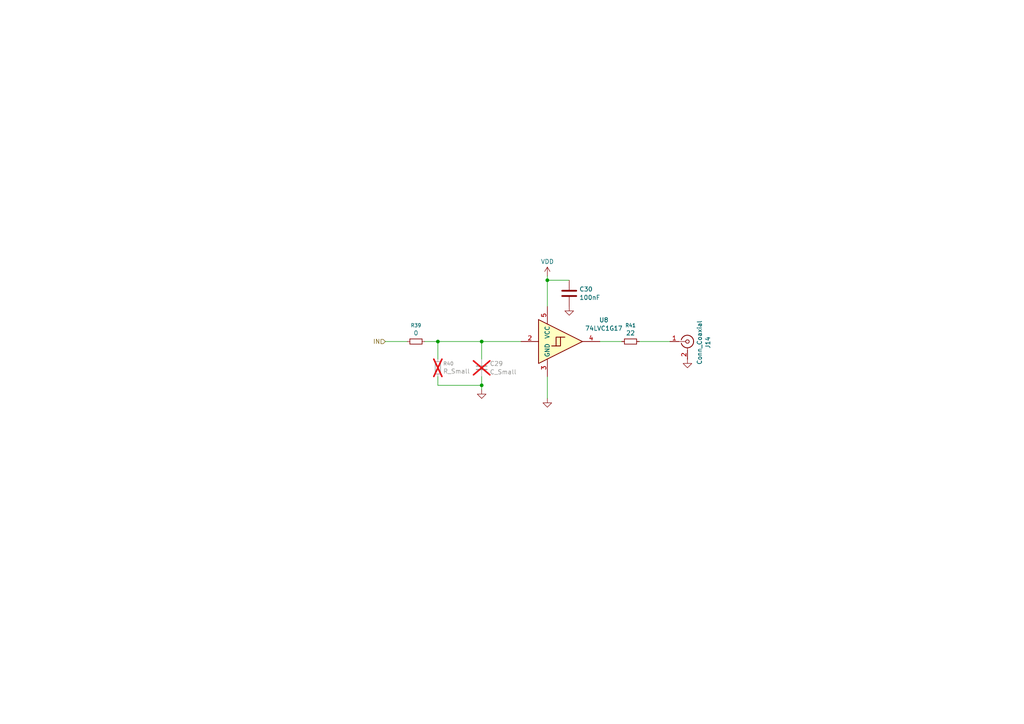
<source format=kicad_sch>
(kicad_sch (version 20250114) (generator "eeschema") (generator_version "9.0")
  (paper "A4")
  (lib_symbols
    (symbol "74xGxx:74LVC1G17"
      (property "Reference" "U" (at 0 3.81 0))
      (property "Value" "74LVC1G17" (at 0 -3.81 0))
      (symbol "74LVC1G17_0_1"
        (polyline (pts (xy -7.62 6.35) (xy -7.62 -6.35) (xy 5.08 0) (xy -7.62 6.35)) (stroke (width 0.254)) (fill (type background)))
        (polyline (pts (xy -3.81 -1.27) (xy -2.54 -1.27) (xy -2.54 1.27) (xy -1.27 1.27)) (stroke (width 0.254)) (fill (type background)))
        (polyline (pts (xy -2.54 -1.27) (xy -1.27 -1.27) (xy -1.27 1.27) (xy 0 1.27)) (stroke (width 0.254)) (fill (type background)))
      )
      (symbol "74LVC1G17_1_1"
        (pin input line (at -12.7 0 0) (length 5.08) (name "~") (number "2"))
        (pin no_connect line (at -7.62 5.08 180) (length 5.08) (hide yes) (name "NC") (number "1"))
        (pin power_in line (at -5.08 10.16 270) (length 5.08) (name "VCC") (number "5"))
        (pin power_in line (at -5.08 -10.16 90) (length 5.08) (name "GND") (number "3"))
        (pin output line (at 10.16 0 180) (length 5.08) (name "~") (number "4"))
      )
    )
    (symbol "Connector:Conn_Coaxial" (pin_names (offset 1.016) (hide yes))
      (property "Reference" "J" (at 0.254 3.048 0))
      (property "Value" "Conn_Coaxial" (at 2.921 0 90))
      (symbol "Conn_Coaxial_0_1"
        (polyline (pts (xy -2.54 0) (xy -0.508 0)))
        (arc (start 1.778 0) (mid 0.222 -1.8079) (end -1.778 -0.508) (stroke (width 0.254)))
        (arc (start -1.778 0.508) (mid 0.2221 1.8084) (end 1.778 0) (stroke (width 0.254)))
        (circle (center 0 0) (radius 0.508) (stroke (width 0.2032)))
        (polyline (pts (xy 0 -2.54) (xy 0 -1.778)))
      )
      (symbol "Conn_Coaxial_1_1"
        (pin passive line (at -5.08 0 0) (length 2.54) (name "In") (number "1"))
        (pin passive line (at 0 -5.08 90) (length 2.54) (name "Ext") (number "2"))
      )
    )
    (symbol "Device:C" (pin_numbers (hide yes)) (pin_names (offset 0.254))
      (property "Reference" "C" (at 0.635 2.54 0))
      (property "Value" "C" (at 0.635 -2.54 0))
      (symbol "C_0_1"
        (polyline (pts (xy -2.032 0.762) (xy 2.032 0.762)) (stroke (width 0.508)))
        (polyline (pts (xy -2.032 -0.762) (xy 2.032 -0.762)) (stroke (width 0.508)))
      )
      (symbol "C_1_1"
        (pin passive line (at 0 3.81 270) (length 2.794) (name "~") (number "1"))
        (pin passive line (at 0 -3.81 90) (length 2.794) (name "~") (number "2"))
      )
    )
    (symbol "Device:C_Small" (pin_numbers (hide yes)) (pin_names (offset 0.254) (hide yes))
      (property "Reference" "C" (at 0.254 1.778 0))
      (property "Value" "C_Small" (at 0.254 -2.032 0))
      (symbol "C_Small_0_1"
        (polyline (pts (xy -1.524 0.508) (xy 1.524 0.508)) (stroke (width 0.3048)))
        (polyline (pts (xy -1.524 -0.508) (xy 1.524 -0.508)) (stroke (width 0.3302)))
      )
      (symbol "C_Small_1_1"
        (pin passive line (at 0 2.54 270) (length 2.032) (name "~") (number "1"))
        (pin passive line (at 0 -2.54 90) (length 2.032) (name "~") (number "2"))
      )
    )
    (symbol "Device:R_Small" (pin_numbers (hide yes)) (pin_names (offset 0.254) (hide yes))
      (property "Reference" "R" (at 0 0 90))
      (property "Value" "R_Small" (at 1.778 0 90))
      (symbol "R_Small_0_1"
        (rectangle (start -0.762 1.778) (end 0.762 -1.778) (stroke (width 0.2032)))
      )
      (symbol "R_Small_1_1"
        (pin passive line (at 0 2.54 270) (length 0.762) (name "~") (number "1"))
        (pin passive line (at 0 -2.54 90) (length 0.762) (name "~") (number "2"))
      )
    )
    (symbol "power:GND" (power) (pin_numbers (hide yes)) (pin_names (offset 0) (hide yes))
      (property "Value" "GND" (at 0 -3.81 0))
      (symbol "GND_0_1"
        (polyline (pts (xy 0 0) (xy 0 -1.27) (xy 1.27 -1.27) (xy 0 -2.54) (xy -1.27 -1.27) (xy 0 -1.27)))
      )
      (symbol "GND_1_1"
        (pin power_in line (at 0 0 270) (length 0) (name "~") (number "1"))
      )
    )
    (symbol "power:VDD" (power) (pin_numbers (hide yes)) (pin_names (offset 0) (hide yes))
      (property "Value" "VDD" (at 0 3.556 0))
      (symbol "VDD_0_1"
        (polyline (pts (xy -0.762 1.27) (xy 0 2.54)))
        (polyline (pts (xy 0 2.54) (xy 0.762 1.27)))
        (polyline (pts (xy 0 0) (xy 0 2.54)))
      )
      (symbol "VDD_1_1"
        (pin power_in line (at 0 0 90) (length 0) (name "~") (number "1"))
      )
    )
  )
  (junction (at 139.7 99.06))
  (junction (at 139.7 111.76))
  (junction (at 127 99.06))
  (junction (at 158.75 81.28))
  (wire (pts (xy 139.7 113.03) (xy 139.7 111.76)))
  (wire (pts (xy 123.19 99.06) (xy 127 99.06)))
  (wire (pts (xy 139.7 111.76) (xy 127 111.76)))
  (wire (pts (xy 158.75 81.28) (xy 165.1 81.28)))
  (wire (pts (xy 127 99.06) (xy 139.7 99.06)))
  (wire (pts (xy 139.7 109.22) (xy 139.7 111.76)))
  (wire (pts (xy 173.99 99.06) (xy 180.34 99.06)))
  (wire (pts (xy 139.7 99.06) (xy 151.13 99.06)))
  (wire (pts (xy 127 109.22) (xy 127 111.76)))
  (wire (pts (xy 111.76 99.06) (xy 118.11 99.06)))
  (wire (pts (xy 158.75 80.01) (xy 158.75 81.28)))
  (wire (pts (xy 158.75 109.22) (xy 158.75 115.57)))
  (wire (pts (xy 127 99.06) (xy 127 104.14)))
  (wire (pts (xy 139.7 99.06) (xy 139.7 104.14)))
  (wire (pts (xy 158.75 81.28) (xy 158.75 88.9)))
  (wire (pts (xy 185.42 99.06) (xy 194.31 99.06)))
  (hierarchical_label "IN" (shape input) (at 111.76 99.06 180))
  (symbol (lib_id "power:GND") (at 199.39 104.14 0) (unit 1)
    (property "Reference" "#PWR042" (effects (hide yes)))
    (property "Value" "GND" (effects (hide yes)))
    (property "Description" "Power symbol creates a global label with name \"GND\" , ground" (effects (hide yes)))
    (instances (project "pcm3168a_euro1" (path "" (reference "#PWR066") (unit 1)) (path "" (reference "#PWR071") (unit 1)) (path "" (reference "#PWR042") (unit 1)) (path "" (reference "#PWR051") (unit 1))))
  )
  (symbol (lib_id "Connector:Conn_Coaxial") (at 199.39 99.06 0) (unit 1)
    (property "Reference" "J10" (at 205.3126 99.3532 90))
    (property "Value" "Conn_Coaxial" (at 202.8883 99.3532 90))
    (property "Footprint" "pcm3168a_euro1:SMA_Amphenol_901-144_Vertical_awl1" (effects (hide yes)))
    (property "Description" "coaxial connector (BNC, SMA, SMB, SMC, Cinch/RCA, LEMO, ...)" (effects (hide yes)))
    (instances (project "pcm3168a_euro1" (path "" (reference "J14") (unit 1)) (path "" (reference "J15") (unit 1)) (path "" (reference "J10") (unit 1)) (path "" (reference "J12") (unit 1))))
  )
  (symbol (lib_id "Device:C_Small") (at 139.7 106.68 0) (unit 1) (dnp yes)
    (property "Reference" "C19" (at 142.0241 105.4741 0) (effects (justify left)))
    (property "Value" "C_Small" (at 142.0241 107.8984 0) (effects (justify left)))
    (property "Footprint" "Capacitor_SMD:C_0603_1608Metric" (effects (hide yes)))
    (property "Description" "Unpolarized capacitor, small symbol" (effects (hide yes)))
    (instances (project "pcm3168a_euro1" (path "" (reference "C29") (unit 1)) (path "" (reference "C33") (unit 1)) (path "" (reference "C19") (unit 1)) (path "" (reference "C23") (unit 1))))
  )
  (symbol (lib_id "Device:R_Small") (at 127 106.68 180) (unit 1) (dnp yes)
    (property "Reference" "R26" (at 128.4986 105.4678 0) (effects (font (size 1.016 1.016)) (justify right)))
    (property "Value" "R_Small" (at 128.4986 107.6877 0) (effects (justify right)))
    (property "Footprint" "Resistor_SMD:R_0603_1608Metric" (effects (hide yes)))
    (property "Description" "Resistor, small symbol" (effects (hide yes)))
    (instances (project "pcm3168a_euro1" (path "" (reference "R40") (unit 1)) (path "" (reference "R43") (unit 1)) (path "" (reference "R26") (unit 1)) (path "" (reference "R32") (unit 1))))
  )
  (symbol (lib_id "power:GND") (at 158.75 115.57 0) (unit 1)
    (property "Reference" "#PWR040" (effects (hide yes)))
    (property "Value" "GND" (effects (hide yes)))
    (property "Description" "Power symbol creates a global label with name \"GND\" , ground" (effects (hide yes)))
    (instances (project "pcm3168a_euro1" (path "" (reference "#PWR064") (unit 1)) (path "" (reference "#PWR069") (unit 1)) (path "" (reference "#PWR040") (unit 1)) (path "" (reference "#PWR049") (unit 1))))
  )
  (symbol (lib_id "74xGxx:74LVC1G17") (at 163.83 99.06 0) (unit 1)
    (property "Reference" "U3" (at 175.1353 92.8134 0))
    (property "Value" "74LVC1G17" (at 175.1353 95.2377 0))
    (property "Footprint" "Package_TO_SOT_SMD:SOT-23-5" (effects (hide yes)))
    (property "Datasheet" "https://www.ti.com/lit/ds/symlink/sn74lvc1g17.pdf" (effects (hide yes)))
    (property "Description" "Single Schmitt Buffer Gate, Low-Voltage CMOS" (effects (hide yes)))
    (property "PN" "SN74LVC1G17DBVR" (effects (hide yes)))
    (instances (project "pcm3168a_euro1" (path "" (reference "U8") (unit 1)) (path "" (reference "U9") (unit 1)) (path "" (reference "U3") (unit 1)) (path "" (reference "U5") (unit 1))))
  )
  (symbol (lib_id "power:VDD") (at 158.75 80.01 0) (unit 1)
    (property "Reference" "#PWR039" (effects (hide yes)))
    (property "Value" "VDD" (at 158.75 75.8769 0))
    (property "Description" "Power symbol creates a global label with name \"VDD\"" (effects (hide yes)))
    (instances (project "pcm3168a_euro1" (path "" (reference "#PWR063") (unit 1)) (path "" (reference "#PWR068") (unit 1)) (path "" (reference "#PWR039") (unit 1)) (path "" (reference "#PWR048") (unit 1))))
  )
  (symbol (lib_id "Device:R_Small") (at 120.65 99.06 90) (unit 1)
    (property "Reference" "R25" (at 120.65 94.3833 90) (effects (font (size 1.016 1.016))))
    (property "Value" "0" (at 120.65 96.6032 90))
    (property "Footprint" "Resistor_SMD:R_0603_1608Metric" (effects (hide yes)))
    (property "Description" "Resistor, small symbol" (effects (hide yes)))
    (property "PN" "CRCW06030000Z0EA" (effects (hide yes)))
    (instances (project "pcm3168a_euro1" (path "" (reference "R39") (unit 1)) (path "" (reference "R42") (unit 1)) (path "" (reference "R25") (unit 1)) (path "" (reference "R31") (unit 1))))
  )
  (symbol (lib_id "power:GND") (at 139.7 113.03 0) (unit 1)
    (property "Reference" "#PWR038" (effects (hide yes)))
    (property "Value" "GND" (effects (hide yes)))
    (property "Description" "Power symbol creates a global label with name \"GND\" , ground" (effects (hide yes)))
    (instances (project "pcm3168a_euro1" (path "" (reference "#PWR062") (unit 1)) (path "" (reference "#PWR067") (unit 1)) (path "" (reference "#PWR038") (unit 1)) (path "" (reference "#PWR047") (unit 1))))
  )
  (symbol (lib_id "power:GND") (at 165.1 88.9 0) (unit 1)
    (property "Reference" "#PWR041" (effects (hide yes)))
    (property "Value" "GND" (effects (hide yes)))
    (property "Description" "Power symbol creates a global label with name \"GND\" , ground" (effects (hide yes)))
    (instances (project "pcm3168a_euro1" (path "" (reference "#PWR065") (unit 1)) (path "" (reference "#PWR070") (unit 1)) (path "" (reference "#PWR041") (unit 1)) (path "" (reference "#PWR050") (unit 1))))
  )
  (symbol (lib_id "Device:C") (at 165.1 85.09 0) (unit 1)
    (property "Reference" "C20" (at 168.021 83.8778 0) (effects (justify left)))
    (property "Value" "100nF" (at 168.021 86.3021 0) (effects (justify left)))
    (property "Footprint" "Capacitor_SMD:C_0603_1608Metric" (effects (hide yes)))
    (property "Description" "Unpolarized capacitor" (effects (hide yes)))
    (property "PN" "GCJ188R71H104KA12D" (effects (hide yes)))
    (instances (project "pcm3168a_euro1" (path "" (reference "C30") (unit 1)) (path "" (reference "C34") (unit 1)) (path "" (reference "C20") (unit 1)) (path "" (reference "C24") (unit 1))))
  )
  (symbol (lib_id "Device:R_Small") (at 182.88 99.06 90) (unit 1)
    (property "Reference" "R27" (at 182.88 94.3833 90) (effects (font (size 1.016 1.016))))
    (property "Value" "22" (at 182.88 96.6032 90))
    (property "Footprint" "Resistor_SMD:R_0603_1608Metric" (effects (hide yes)))
    (property "Description" "Resistor, small symbol" (effects (hide yes)))
    (property "PN" "CRCW060322R0FKEAC" (effects (hide yes)))
    (instances (project "pcm3168a_euro1" (path "" (reference "R41") (unit 1)) (path "" (reference "R44") (unit 1)) (path "" (reference "R27") (unit 1)) (path "" (reference "R33") (unit 1))))
  )
)
</source>
